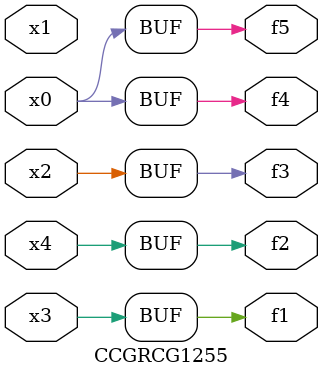
<source format=v>
module CCGRCG1255(
	input x0, x1, x2, x3, x4,
	output f1, f2, f3, f4, f5
);
	assign f1 = x3;
	assign f2 = x4;
	assign f3 = x2;
	assign f4 = x0;
	assign f5 = x0;
endmodule

</source>
